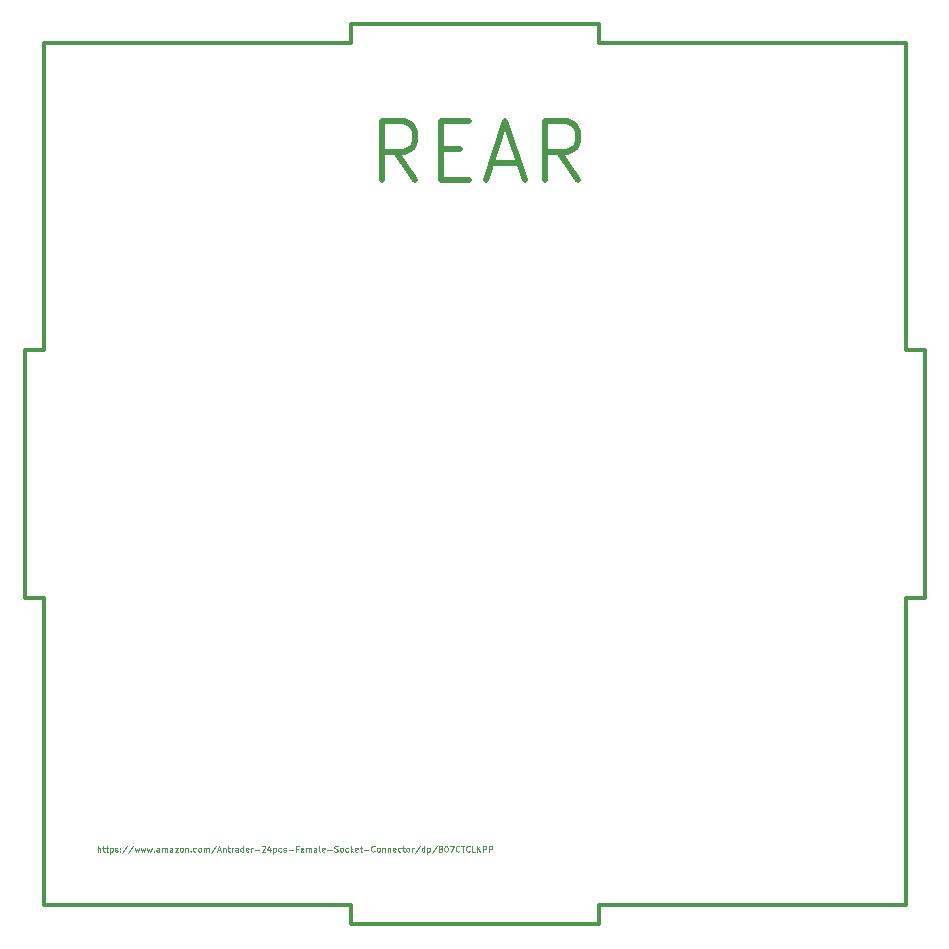
<source format=gbr>
%TF.GenerationSoftware,KiCad,Pcbnew,7.0.5-0*%
%TF.CreationDate,2024-04-21T20:18:31-04:00*%
%TF.ProjectId,swr_meter_rear,7377725f-6d65-4746-9572-5f726561722e,rev?*%
%TF.SameCoordinates,Original*%
%TF.FileFunction,OtherDrawing,Comment*%
%FSLAX46Y46*%
G04 Gerber Fmt 4.6, Leading zero omitted, Abs format (unit mm)*
G04 Created by KiCad (PCBNEW 7.0.5-0) date 2024-04-21 20:18:31*
%MOMM*%
%LPD*%
G01*
G04 APERTURE LIST*
%ADD10C,0.500000*%
%ADD11C,0.062500*%
%TA.AperFunction,Profile*%
%ADD12C,0.349999*%
%TD*%
G04 APERTURE END LIST*
D10*
X131478567Y-38605097D02*
X129811900Y-36224144D01*
X128621424Y-38605097D02*
X128621424Y-33605097D01*
X128621424Y-33605097D02*
X130526186Y-33605097D01*
X130526186Y-33605097D02*
X131002376Y-33843192D01*
X131002376Y-33843192D02*
X131240471Y-34081287D01*
X131240471Y-34081287D02*
X131478567Y-34557478D01*
X131478567Y-34557478D02*
X131478567Y-35271763D01*
X131478567Y-35271763D02*
X131240471Y-35747954D01*
X131240471Y-35747954D02*
X131002376Y-35986049D01*
X131002376Y-35986049D02*
X130526186Y-36224144D01*
X130526186Y-36224144D02*
X128621424Y-36224144D01*
X133621424Y-35986049D02*
X135288090Y-35986049D01*
X136002376Y-38605097D02*
X133621424Y-38605097D01*
X133621424Y-38605097D02*
X133621424Y-33605097D01*
X133621424Y-33605097D02*
X136002376Y-33605097D01*
X137907138Y-37176525D02*
X140288091Y-37176525D01*
X137430948Y-38605097D02*
X139097615Y-33605097D01*
X139097615Y-33605097D02*
X140764281Y-38605097D01*
X145288091Y-38605097D02*
X143621424Y-36224144D01*
X142430948Y-38605097D02*
X142430948Y-33605097D01*
X142430948Y-33605097D02*
X144335710Y-33605097D01*
X144335710Y-33605097D02*
X144811900Y-33843192D01*
X144811900Y-33843192D02*
X145049995Y-34081287D01*
X145049995Y-34081287D02*
X145288091Y-34557478D01*
X145288091Y-34557478D02*
X145288091Y-35271763D01*
X145288091Y-35271763D02*
X145049995Y-35747954D01*
X145049995Y-35747954D02*
X144811900Y-35986049D01*
X144811900Y-35986049D02*
X144335710Y-36224144D01*
X144335710Y-36224144D02*
X142430948Y-36224144D01*
X131478567Y-38605097D02*
X129811900Y-36224144D01*
X128621424Y-38605097D02*
X128621424Y-33605097D01*
X128621424Y-33605097D02*
X130526186Y-33605097D01*
X130526186Y-33605097D02*
X131002376Y-33843192D01*
X131002376Y-33843192D02*
X131240471Y-34081287D01*
X131240471Y-34081287D02*
X131478567Y-34557478D01*
X131478567Y-34557478D02*
X131478567Y-35271763D01*
X131478567Y-35271763D02*
X131240471Y-35747954D01*
X131240471Y-35747954D02*
X131002376Y-35986049D01*
X131002376Y-35986049D02*
X130526186Y-36224144D01*
X130526186Y-36224144D02*
X128621424Y-36224144D01*
X133621424Y-35986049D02*
X135288090Y-35986049D01*
X136002376Y-38605097D02*
X133621424Y-38605097D01*
X133621424Y-38605097D02*
X133621424Y-33605097D01*
X133621424Y-33605097D02*
X136002376Y-33605097D01*
X137907138Y-37176525D02*
X140288091Y-37176525D01*
X137430948Y-38605097D02*
X139097615Y-33605097D01*
X139097615Y-33605097D02*
X140764281Y-38605097D01*
X145288091Y-38605097D02*
X143621424Y-36224144D01*
X142430948Y-38605097D02*
X142430948Y-33605097D01*
X142430948Y-33605097D02*
X144335710Y-33605097D01*
X144335710Y-33605097D02*
X144811900Y-33843192D01*
X144811900Y-33843192D02*
X145049995Y-34081287D01*
X145049995Y-34081287D02*
X145288091Y-34557478D01*
X145288091Y-34557478D02*
X145288091Y-35271763D01*
X145288091Y-35271763D02*
X145049995Y-35747954D01*
X145049995Y-35747954D02*
X144811900Y-35986049D01*
X144811900Y-35986049D02*
X144335710Y-36224144D01*
X144335710Y-36224144D02*
X142430948Y-36224144D01*
D11*
X104598049Y-95456891D02*
X104598049Y-94956891D01*
X104812335Y-95456891D02*
X104812335Y-95194986D01*
X104812335Y-95194986D02*
X104788525Y-95147367D01*
X104788525Y-95147367D02*
X104740906Y-95123558D01*
X104740906Y-95123558D02*
X104669478Y-95123558D01*
X104669478Y-95123558D02*
X104621859Y-95147367D01*
X104621859Y-95147367D02*
X104598049Y-95171177D01*
X104979002Y-95123558D02*
X105169478Y-95123558D01*
X105050430Y-94956891D02*
X105050430Y-95385462D01*
X105050430Y-95385462D02*
X105074240Y-95433082D01*
X105074240Y-95433082D02*
X105121859Y-95456891D01*
X105121859Y-95456891D02*
X105169478Y-95456891D01*
X105264716Y-95123558D02*
X105455192Y-95123558D01*
X105336144Y-94956891D02*
X105336144Y-95385462D01*
X105336144Y-95385462D02*
X105359954Y-95433082D01*
X105359954Y-95433082D02*
X105407573Y-95456891D01*
X105407573Y-95456891D02*
X105455192Y-95456891D01*
X105621858Y-95123558D02*
X105621858Y-95623558D01*
X105621858Y-95147367D02*
X105669477Y-95123558D01*
X105669477Y-95123558D02*
X105764715Y-95123558D01*
X105764715Y-95123558D02*
X105812334Y-95147367D01*
X105812334Y-95147367D02*
X105836144Y-95171177D01*
X105836144Y-95171177D02*
X105859953Y-95218796D01*
X105859953Y-95218796D02*
X105859953Y-95361653D01*
X105859953Y-95361653D02*
X105836144Y-95409272D01*
X105836144Y-95409272D02*
X105812334Y-95433082D01*
X105812334Y-95433082D02*
X105764715Y-95456891D01*
X105764715Y-95456891D02*
X105669477Y-95456891D01*
X105669477Y-95456891D02*
X105621858Y-95433082D01*
X106050430Y-95433082D02*
X106098049Y-95456891D01*
X106098049Y-95456891D02*
X106193287Y-95456891D01*
X106193287Y-95456891D02*
X106240906Y-95433082D01*
X106240906Y-95433082D02*
X106264715Y-95385462D01*
X106264715Y-95385462D02*
X106264715Y-95361653D01*
X106264715Y-95361653D02*
X106240906Y-95314034D01*
X106240906Y-95314034D02*
X106193287Y-95290224D01*
X106193287Y-95290224D02*
X106121858Y-95290224D01*
X106121858Y-95290224D02*
X106074239Y-95266415D01*
X106074239Y-95266415D02*
X106050430Y-95218796D01*
X106050430Y-95218796D02*
X106050430Y-95194986D01*
X106050430Y-95194986D02*
X106074239Y-95147367D01*
X106074239Y-95147367D02*
X106121858Y-95123558D01*
X106121858Y-95123558D02*
X106193287Y-95123558D01*
X106193287Y-95123558D02*
X106240906Y-95147367D01*
X106479001Y-95409272D02*
X106502811Y-95433082D01*
X106502811Y-95433082D02*
X106479001Y-95456891D01*
X106479001Y-95456891D02*
X106455192Y-95433082D01*
X106455192Y-95433082D02*
X106479001Y-95409272D01*
X106479001Y-95409272D02*
X106479001Y-95456891D01*
X106479001Y-95147367D02*
X106502811Y-95171177D01*
X106502811Y-95171177D02*
X106479001Y-95194986D01*
X106479001Y-95194986D02*
X106455192Y-95171177D01*
X106455192Y-95171177D02*
X106479001Y-95147367D01*
X106479001Y-95147367D02*
X106479001Y-95194986D01*
X107074239Y-94933082D02*
X106645668Y-95575939D01*
X107598049Y-94933082D02*
X107169478Y-95575939D01*
X107717097Y-95123558D02*
X107812335Y-95456891D01*
X107812335Y-95456891D02*
X107907573Y-95218796D01*
X107907573Y-95218796D02*
X108002811Y-95456891D01*
X108002811Y-95456891D02*
X108098049Y-95123558D01*
X108240907Y-95123558D02*
X108336145Y-95456891D01*
X108336145Y-95456891D02*
X108431383Y-95218796D01*
X108431383Y-95218796D02*
X108526621Y-95456891D01*
X108526621Y-95456891D02*
X108621859Y-95123558D01*
X108764717Y-95123558D02*
X108859955Y-95456891D01*
X108859955Y-95456891D02*
X108955193Y-95218796D01*
X108955193Y-95218796D02*
X109050431Y-95456891D01*
X109050431Y-95456891D02*
X109145669Y-95123558D01*
X109336146Y-95409272D02*
X109359956Y-95433082D01*
X109359956Y-95433082D02*
X109336146Y-95456891D01*
X109336146Y-95456891D02*
X109312337Y-95433082D01*
X109312337Y-95433082D02*
X109336146Y-95409272D01*
X109336146Y-95409272D02*
X109336146Y-95456891D01*
X109788527Y-95456891D02*
X109788527Y-95194986D01*
X109788527Y-95194986D02*
X109764717Y-95147367D01*
X109764717Y-95147367D02*
X109717098Y-95123558D01*
X109717098Y-95123558D02*
X109621860Y-95123558D01*
X109621860Y-95123558D02*
X109574241Y-95147367D01*
X109788527Y-95433082D02*
X109740908Y-95456891D01*
X109740908Y-95456891D02*
X109621860Y-95456891D01*
X109621860Y-95456891D02*
X109574241Y-95433082D01*
X109574241Y-95433082D02*
X109550432Y-95385462D01*
X109550432Y-95385462D02*
X109550432Y-95337843D01*
X109550432Y-95337843D02*
X109574241Y-95290224D01*
X109574241Y-95290224D02*
X109621860Y-95266415D01*
X109621860Y-95266415D02*
X109740908Y-95266415D01*
X109740908Y-95266415D02*
X109788527Y-95242605D01*
X110026622Y-95456891D02*
X110026622Y-95123558D01*
X110026622Y-95171177D02*
X110050432Y-95147367D01*
X110050432Y-95147367D02*
X110098051Y-95123558D01*
X110098051Y-95123558D02*
X110169479Y-95123558D01*
X110169479Y-95123558D02*
X110217098Y-95147367D01*
X110217098Y-95147367D02*
X110240908Y-95194986D01*
X110240908Y-95194986D02*
X110240908Y-95456891D01*
X110240908Y-95194986D02*
X110264717Y-95147367D01*
X110264717Y-95147367D02*
X110312336Y-95123558D01*
X110312336Y-95123558D02*
X110383765Y-95123558D01*
X110383765Y-95123558D02*
X110431384Y-95147367D01*
X110431384Y-95147367D02*
X110455194Y-95194986D01*
X110455194Y-95194986D02*
X110455194Y-95456891D01*
X110907575Y-95456891D02*
X110907575Y-95194986D01*
X110907575Y-95194986D02*
X110883765Y-95147367D01*
X110883765Y-95147367D02*
X110836146Y-95123558D01*
X110836146Y-95123558D02*
X110740908Y-95123558D01*
X110740908Y-95123558D02*
X110693289Y-95147367D01*
X110907575Y-95433082D02*
X110859956Y-95456891D01*
X110859956Y-95456891D02*
X110740908Y-95456891D01*
X110740908Y-95456891D02*
X110693289Y-95433082D01*
X110693289Y-95433082D02*
X110669480Y-95385462D01*
X110669480Y-95385462D02*
X110669480Y-95337843D01*
X110669480Y-95337843D02*
X110693289Y-95290224D01*
X110693289Y-95290224D02*
X110740908Y-95266415D01*
X110740908Y-95266415D02*
X110859956Y-95266415D01*
X110859956Y-95266415D02*
X110907575Y-95242605D01*
X111098051Y-95123558D02*
X111359956Y-95123558D01*
X111359956Y-95123558D02*
X111098051Y-95456891D01*
X111098051Y-95456891D02*
X111359956Y-95456891D01*
X111621861Y-95456891D02*
X111574242Y-95433082D01*
X111574242Y-95433082D02*
X111550432Y-95409272D01*
X111550432Y-95409272D02*
X111526623Y-95361653D01*
X111526623Y-95361653D02*
X111526623Y-95218796D01*
X111526623Y-95218796D02*
X111550432Y-95171177D01*
X111550432Y-95171177D02*
X111574242Y-95147367D01*
X111574242Y-95147367D02*
X111621861Y-95123558D01*
X111621861Y-95123558D02*
X111693289Y-95123558D01*
X111693289Y-95123558D02*
X111740908Y-95147367D01*
X111740908Y-95147367D02*
X111764718Y-95171177D01*
X111764718Y-95171177D02*
X111788527Y-95218796D01*
X111788527Y-95218796D02*
X111788527Y-95361653D01*
X111788527Y-95361653D02*
X111764718Y-95409272D01*
X111764718Y-95409272D02*
X111740908Y-95433082D01*
X111740908Y-95433082D02*
X111693289Y-95456891D01*
X111693289Y-95456891D02*
X111621861Y-95456891D01*
X112002813Y-95123558D02*
X112002813Y-95456891D01*
X112002813Y-95171177D02*
X112026623Y-95147367D01*
X112026623Y-95147367D02*
X112074242Y-95123558D01*
X112074242Y-95123558D02*
X112145670Y-95123558D01*
X112145670Y-95123558D02*
X112193289Y-95147367D01*
X112193289Y-95147367D02*
X112217099Y-95194986D01*
X112217099Y-95194986D02*
X112217099Y-95456891D01*
X112455194Y-95409272D02*
X112479004Y-95433082D01*
X112479004Y-95433082D02*
X112455194Y-95456891D01*
X112455194Y-95456891D02*
X112431385Y-95433082D01*
X112431385Y-95433082D02*
X112455194Y-95409272D01*
X112455194Y-95409272D02*
X112455194Y-95456891D01*
X112907575Y-95433082D02*
X112859956Y-95456891D01*
X112859956Y-95456891D02*
X112764718Y-95456891D01*
X112764718Y-95456891D02*
X112717099Y-95433082D01*
X112717099Y-95433082D02*
X112693289Y-95409272D01*
X112693289Y-95409272D02*
X112669480Y-95361653D01*
X112669480Y-95361653D02*
X112669480Y-95218796D01*
X112669480Y-95218796D02*
X112693289Y-95171177D01*
X112693289Y-95171177D02*
X112717099Y-95147367D01*
X112717099Y-95147367D02*
X112764718Y-95123558D01*
X112764718Y-95123558D02*
X112859956Y-95123558D01*
X112859956Y-95123558D02*
X112907575Y-95147367D01*
X113193289Y-95456891D02*
X113145670Y-95433082D01*
X113145670Y-95433082D02*
X113121860Y-95409272D01*
X113121860Y-95409272D02*
X113098051Y-95361653D01*
X113098051Y-95361653D02*
X113098051Y-95218796D01*
X113098051Y-95218796D02*
X113121860Y-95171177D01*
X113121860Y-95171177D02*
X113145670Y-95147367D01*
X113145670Y-95147367D02*
X113193289Y-95123558D01*
X113193289Y-95123558D02*
X113264717Y-95123558D01*
X113264717Y-95123558D02*
X113312336Y-95147367D01*
X113312336Y-95147367D02*
X113336146Y-95171177D01*
X113336146Y-95171177D02*
X113359955Y-95218796D01*
X113359955Y-95218796D02*
X113359955Y-95361653D01*
X113359955Y-95361653D02*
X113336146Y-95409272D01*
X113336146Y-95409272D02*
X113312336Y-95433082D01*
X113312336Y-95433082D02*
X113264717Y-95456891D01*
X113264717Y-95456891D02*
X113193289Y-95456891D01*
X113574241Y-95456891D02*
X113574241Y-95123558D01*
X113574241Y-95171177D02*
X113598051Y-95147367D01*
X113598051Y-95147367D02*
X113645670Y-95123558D01*
X113645670Y-95123558D02*
X113717098Y-95123558D01*
X113717098Y-95123558D02*
X113764717Y-95147367D01*
X113764717Y-95147367D02*
X113788527Y-95194986D01*
X113788527Y-95194986D02*
X113788527Y-95456891D01*
X113788527Y-95194986D02*
X113812336Y-95147367D01*
X113812336Y-95147367D02*
X113859955Y-95123558D01*
X113859955Y-95123558D02*
X113931384Y-95123558D01*
X113931384Y-95123558D02*
X113979003Y-95147367D01*
X113979003Y-95147367D02*
X114002813Y-95194986D01*
X114002813Y-95194986D02*
X114002813Y-95456891D01*
X114598051Y-94933082D02*
X114169480Y-95575939D01*
X114740909Y-95314034D02*
X114979004Y-95314034D01*
X114693290Y-95456891D02*
X114859956Y-94956891D01*
X114859956Y-94956891D02*
X115026623Y-95456891D01*
X115193289Y-95123558D02*
X115193289Y-95456891D01*
X115193289Y-95171177D02*
X115217099Y-95147367D01*
X115217099Y-95147367D02*
X115264718Y-95123558D01*
X115264718Y-95123558D02*
X115336146Y-95123558D01*
X115336146Y-95123558D02*
X115383765Y-95147367D01*
X115383765Y-95147367D02*
X115407575Y-95194986D01*
X115407575Y-95194986D02*
X115407575Y-95456891D01*
X115574242Y-95123558D02*
X115764718Y-95123558D01*
X115645670Y-94956891D02*
X115645670Y-95385462D01*
X115645670Y-95385462D02*
X115669480Y-95433082D01*
X115669480Y-95433082D02*
X115717099Y-95456891D01*
X115717099Y-95456891D02*
X115764718Y-95456891D01*
X115931384Y-95456891D02*
X115931384Y-95123558D01*
X115931384Y-95218796D02*
X115955194Y-95171177D01*
X115955194Y-95171177D02*
X115979003Y-95147367D01*
X115979003Y-95147367D02*
X116026622Y-95123558D01*
X116026622Y-95123558D02*
X116074241Y-95123558D01*
X116455194Y-95456891D02*
X116455194Y-95194986D01*
X116455194Y-95194986D02*
X116431384Y-95147367D01*
X116431384Y-95147367D02*
X116383765Y-95123558D01*
X116383765Y-95123558D02*
X116288527Y-95123558D01*
X116288527Y-95123558D02*
X116240908Y-95147367D01*
X116455194Y-95433082D02*
X116407575Y-95456891D01*
X116407575Y-95456891D02*
X116288527Y-95456891D01*
X116288527Y-95456891D02*
X116240908Y-95433082D01*
X116240908Y-95433082D02*
X116217099Y-95385462D01*
X116217099Y-95385462D02*
X116217099Y-95337843D01*
X116217099Y-95337843D02*
X116240908Y-95290224D01*
X116240908Y-95290224D02*
X116288527Y-95266415D01*
X116288527Y-95266415D02*
X116407575Y-95266415D01*
X116407575Y-95266415D02*
X116455194Y-95242605D01*
X116907575Y-95456891D02*
X116907575Y-94956891D01*
X116907575Y-95433082D02*
X116859956Y-95456891D01*
X116859956Y-95456891D02*
X116764718Y-95456891D01*
X116764718Y-95456891D02*
X116717099Y-95433082D01*
X116717099Y-95433082D02*
X116693289Y-95409272D01*
X116693289Y-95409272D02*
X116669480Y-95361653D01*
X116669480Y-95361653D02*
X116669480Y-95218796D01*
X116669480Y-95218796D02*
X116693289Y-95171177D01*
X116693289Y-95171177D02*
X116717099Y-95147367D01*
X116717099Y-95147367D02*
X116764718Y-95123558D01*
X116764718Y-95123558D02*
X116859956Y-95123558D01*
X116859956Y-95123558D02*
X116907575Y-95147367D01*
X117336146Y-95433082D02*
X117288527Y-95456891D01*
X117288527Y-95456891D02*
X117193289Y-95456891D01*
X117193289Y-95456891D02*
X117145670Y-95433082D01*
X117145670Y-95433082D02*
X117121861Y-95385462D01*
X117121861Y-95385462D02*
X117121861Y-95194986D01*
X117121861Y-95194986D02*
X117145670Y-95147367D01*
X117145670Y-95147367D02*
X117193289Y-95123558D01*
X117193289Y-95123558D02*
X117288527Y-95123558D01*
X117288527Y-95123558D02*
X117336146Y-95147367D01*
X117336146Y-95147367D02*
X117359956Y-95194986D01*
X117359956Y-95194986D02*
X117359956Y-95242605D01*
X117359956Y-95242605D02*
X117121861Y-95290224D01*
X117574241Y-95456891D02*
X117574241Y-95123558D01*
X117574241Y-95218796D02*
X117598051Y-95171177D01*
X117598051Y-95171177D02*
X117621860Y-95147367D01*
X117621860Y-95147367D02*
X117669479Y-95123558D01*
X117669479Y-95123558D02*
X117717098Y-95123558D01*
X117883765Y-95266415D02*
X118264718Y-95266415D01*
X118479004Y-95004510D02*
X118502813Y-94980701D01*
X118502813Y-94980701D02*
X118550432Y-94956891D01*
X118550432Y-94956891D02*
X118669480Y-94956891D01*
X118669480Y-94956891D02*
X118717099Y-94980701D01*
X118717099Y-94980701D02*
X118740908Y-95004510D01*
X118740908Y-95004510D02*
X118764718Y-95052129D01*
X118764718Y-95052129D02*
X118764718Y-95099748D01*
X118764718Y-95099748D02*
X118740908Y-95171177D01*
X118740908Y-95171177D02*
X118455194Y-95456891D01*
X118455194Y-95456891D02*
X118764718Y-95456891D01*
X119193289Y-95123558D02*
X119193289Y-95456891D01*
X119074241Y-94933082D02*
X118955194Y-95290224D01*
X118955194Y-95290224D02*
X119264717Y-95290224D01*
X119455193Y-95123558D02*
X119455193Y-95623558D01*
X119455193Y-95147367D02*
X119502812Y-95123558D01*
X119502812Y-95123558D02*
X119598050Y-95123558D01*
X119598050Y-95123558D02*
X119645669Y-95147367D01*
X119645669Y-95147367D02*
X119669479Y-95171177D01*
X119669479Y-95171177D02*
X119693288Y-95218796D01*
X119693288Y-95218796D02*
X119693288Y-95361653D01*
X119693288Y-95361653D02*
X119669479Y-95409272D01*
X119669479Y-95409272D02*
X119645669Y-95433082D01*
X119645669Y-95433082D02*
X119598050Y-95456891D01*
X119598050Y-95456891D02*
X119502812Y-95456891D01*
X119502812Y-95456891D02*
X119455193Y-95433082D01*
X120121860Y-95433082D02*
X120074241Y-95456891D01*
X120074241Y-95456891D02*
X119979003Y-95456891D01*
X119979003Y-95456891D02*
X119931384Y-95433082D01*
X119931384Y-95433082D02*
X119907574Y-95409272D01*
X119907574Y-95409272D02*
X119883765Y-95361653D01*
X119883765Y-95361653D02*
X119883765Y-95218796D01*
X119883765Y-95218796D02*
X119907574Y-95171177D01*
X119907574Y-95171177D02*
X119931384Y-95147367D01*
X119931384Y-95147367D02*
X119979003Y-95123558D01*
X119979003Y-95123558D02*
X120074241Y-95123558D01*
X120074241Y-95123558D02*
X120121860Y-95147367D01*
X120312336Y-95433082D02*
X120359955Y-95456891D01*
X120359955Y-95456891D02*
X120455193Y-95456891D01*
X120455193Y-95456891D02*
X120502812Y-95433082D01*
X120502812Y-95433082D02*
X120526621Y-95385462D01*
X120526621Y-95385462D02*
X120526621Y-95361653D01*
X120526621Y-95361653D02*
X120502812Y-95314034D01*
X120502812Y-95314034D02*
X120455193Y-95290224D01*
X120455193Y-95290224D02*
X120383764Y-95290224D01*
X120383764Y-95290224D02*
X120336145Y-95266415D01*
X120336145Y-95266415D02*
X120312336Y-95218796D01*
X120312336Y-95218796D02*
X120312336Y-95194986D01*
X120312336Y-95194986D02*
X120336145Y-95147367D01*
X120336145Y-95147367D02*
X120383764Y-95123558D01*
X120383764Y-95123558D02*
X120455193Y-95123558D01*
X120455193Y-95123558D02*
X120502812Y-95147367D01*
X120740907Y-95266415D02*
X121121860Y-95266415D01*
X121526622Y-95194986D02*
X121359955Y-95194986D01*
X121359955Y-95456891D02*
X121359955Y-94956891D01*
X121359955Y-94956891D02*
X121598050Y-94956891D01*
X121979002Y-95433082D02*
X121931383Y-95456891D01*
X121931383Y-95456891D02*
X121836145Y-95456891D01*
X121836145Y-95456891D02*
X121788526Y-95433082D01*
X121788526Y-95433082D02*
X121764717Y-95385462D01*
X121764717Y-95385462D02*
X121764717Y-95194986D01*
X121764717Y-95194986D02*
X121788526Y-95147367D01*
X121788526Y-95147367D02*
X121836145Y-95123558D01*
X121836145Y-95123558D02*
X121931383Y-95123558D01*
X121931383Y-95123558D02*
X121979002Y-95147367D01*
X121979002Y-95147367D02*
X122002812Y-95194986D01*
X122002812Y-95194986D02*
X122002812Y-95242605D01*
X122002812Y-95242605D02*
X121764717Y-95290224D01*
X122217097Y-95456891D02*
X122217097Y-95123558D01*
X122217097Y-95171177D02*
X122240907Y-95147367D01*
X122240907Y-95147367D02*
X122288526Y-95123558D01*
X122288526Y-95123558D02*
X122359954Y-95123558D01*
X122359954Y-95123558D02*
X122407573Y-95147367D01*
X122407573Y-95147367D02*
X122431383Y-95194986D01*
X122431383Y-95194986D02*
X122431383Y-95456891D01*
X122431383Y-95194986D02*
X122455192Y-95147367D01*
X122455192Y-95147367D02*
X122502811Y-95123558D01*
X122502811Y-95123558D02*
X122574240Y-95123558D01*
X122574240Y-95123558D02*
X122621859Y-95147367D01*
X122621859Y-95147367D02*
X122645669Y-95194986D01*
X122645669Y-95194986D02*
X122645669Y-95456891D01*
X123098050Y-95456891D02*
X123098050Y-95194986D01*
X123098050Y-95194986D02*
X123074240Y-95147367D01*
X123074240Y-95147367D02*
X123026621Y-95123558D01*
X123026621Y-95123558D02*
X122931383Y-95123558D01*
X122931383Y-95123558D02*
X122883764Y-95147367D01*
X123098050Y-95433082D02*
X123050431Y-95456891D01*
X123050431Y-95456891D02*
X122931383Y-95456891D01*
X122931383Y-95456891D02*
X122883764Y-95433082D01*
X122883764Y-95433082D02*
X122859955Y-95385462D01*
X122859955Y-95385462D02*
X122859955Y-95337843D01*
X122859955Y-95337843D02*
X122883764Y-95290224D01*
X122883764Y-95290224D02*
X122931383Y-95266415D01*
X122931383Y-95266415D02*
X123050431Y-95266415D01*
X123050431Y-95266415D02*
X123098050Y-95242605D01*
X123407574Y-95456891D02*
X123359955Y-95433082D01*
X123359955Y-95433082D02*
X123336145Y-95385462D01*
X123336145Y-95385462D02*
X123336145Y-94956891D01*
X123788526Y-95433082D02*
X123740907Y-95456891D01*
X123740907Y-95456891D02*
X123645669Y-95456891D01*
X123645669Y-95456891D02*
X123598050Y-95433082D01*
X123598050Y-95433082D02*
X123574241Y-95385462D01*
X123574241Y-95385462D02*
X123574241Y-95194986D01*
X123574241Y-95194986D02*
X123598050Y-95147367D01*
X123598050Y-95147367D02*
X123645669Y-95123558D01*
X123645669Y-95123558D02*
X123740907Y-95123558D01*
X123740907Y-95123558D02*
X123788526Y-95147367D01*
X123788526Y-95147367D02*
X123812336Y-95194986D01*
X123812336Y-95194986D02*
X123812336Y-95242605D01*
X123812336Y-95242605D02*
X123574241Y-95290224D01*
X124026621Y-95266415D02*
X124407574Y-95266415D01*
X124621860Y-95433082D02*
X124693288Y-95456891D01*
X124693288Y-95456891D02*
X124812336Y-95456891D01*
X124812336Y-95456891D02*
X124859955Y-95433082D01*
X124859955Y-95433082D02*
X124883764Y-95409272D01*
X124883764Y-95409272D02*
X124907574Y-95361653D01*
X124907574Y-95361653D02*
X124907574Y-95314034D01*
X124907574Y-95314034D02*
X124883764Y-95266415D01*
X124883764Y-95266415D02*
X124859955Y-95242605D01*
X124859955Y-95242605D02*
X124812336Y-95218796D01*
X124812336Y-95218796D02*
X124717098Y-95194986D01*
X124717098Y-95194986D02*
X124669479Y-95171177D01*
X124669479Y-95171177D02*
X124645669Y-95147367D01*
X124645669Y-95147367D02*
X124621860Y-95099748D01*
X124621860Y-95099748D02*
X124621860Y-95052129D01*
X124621860Y-95052129D02*
X124645669Y-95004510D01*
X124645669Y-95004510D02*
X124669479Y-94980701D01*
X124669479Y-94980701D02*
X124717098Y-94956891D01*
X124717098Y-94956891D02*
X124836145Y-94956891D01*
X124836145Y-94956891D02*
X124907574Y-94980701D01*
X125193288Y-95456891D02*
X125145669Y-95433082D01*
X125145669Y-95433082D02*
X125121859Y-95409272D01*
X125121859Y-95409272D02*
X125098050Y-95361653D01*
X125098050Y-95361653D02*
X125098050Y-95218796D01*
X125098050Y-95218796D02*
X125121859Y-95171177D01*
X125121859Y-95171177D02*
X125145669Y-95147367D01*
X125145669Y-95147367D02*
X125193288Y-95123558D01*
X125193288Y-95123558D02*
X125264716Y-95123558D01*
X125264716Y-95123558D02*
X125312335Y-95147367D01*
X125312335Y-95147367D02*
X125336145Y-95171177D01*
X125336145Y-95171177D02*
X125359954Y-95218796D01*
X125359954Y-95218796D02*
X125359954Y-95361653D01*
X125359954Y-95361653D02*
X125336145Y-95409272D01*
X125336145Y-95409272D02*
X125312335Y-95433082D01*
X125312335Y-95433082D02*
X125264716Y-95456891D01*
X125264716Y-95456891D02*
X125193288Y-95456891D01*
X125788526Y-95433082D02*
X125740907Y-95456891D01*
X125740907Y-95456891D02*
X125645669Y-95456891D01*
X125645669Y-95456891D02*
X125598050Y-95433082D01*
X125598050Y-95433082D02*
X125574240Y-95409272D01*
X125574240Y-95409272D02*
X125550431Y-95361653D01*
X125550431Y-95361653D02*
X125550431Y-95218796D01*
X125550431Y-95218796D02*
X125574240Y-95171177D01*
X125574240Y-95171177D02*
X125598050Y-95147367D01*
X125598050Y-95147367D02*
X125645669Y-95123558D01*
X125645669Y-95123558D02*
X125740907Y-95123558D01*
X125740907Y-95123558D02*
X125788526Y-95147367D01*
X126002811Y-95456891D02*
X126002811Y-94956891D01*
X126050430Y-95266415D02*
X126193287Y-95456891D01*
X126193287Y-95123558D02*
X126002811Y-95314034D01*
X126598049Y-95433082D02*
X126550430Y-95456891D01*
X126550430Y-95456891D02*
X126455192Y-95456891D01*
X126455192Y-95456891D02*
X126407573Y-95433082D01*
X126407573Y-95433082D02*
X126383764Y-95385462D01*
X126383764Y-95385462D02*
X126383764Y-95194986D01*
X126383764Y-95194986D02*
X126407573Y-95147367D01*
X126407573Y-95147367D02*
X126455192Y-95123558D01*
X126455192Y-95123558D02*
X126550430Y-95123558D01*
X126550430Y-95123558D02*
X126598049Y-95147367D01*
X126598049Y-95147367D02*
X126621859Y-95194986D01*
X126621859Y-95194986D02*
X126621859Y-95242605D01*
X126621859Y-95242605D02*
X126383764Y-95290224D01*
X126764716Y-95123558D02*
X126955192Y-95123558D01*
X126836144Y-94956891D02*
X126836144Y-95385462D01*
X126836144Y-95385462D02*
X126859954Y-95433082D01*
X126859954Y-95433082D02*
X126907573Y-95456891D01*
X126907573Y-95456891D02*
X126955192Y-95456891D01*
X127121858Y-95266415D02*
X127502811Y-95266415D01*
X128026620Y-95409272D02*
X128002811Y-95433082D01*
X128002811Y-95433082D02*
X127931382Y-95456891D01*
X127931382Y-95456891D02*
X127883763Y-95456891D01*
X127883763Y-95456891D02*
X127812335Y-95433082D01*
X127812335Y-95433082D02*
X127764716Y-95385462D01*
X127764716Y-95385462D02*
X127740906Y-95337843D01*
X127740906Y-95337843D02*
X127717097Y-95242605D01*
X127717097Y-95242605D02*
X127717097Y-95171177D01*
X127717097Y-95171177D02*
X127740906Y-95075939D01*
X127740906Y-95075939D02*
X127764716Y-95028320D01*
X127764716Y-95028320D02*
X127812335Y-94980701D01*
X127812335Y-94980701D02*
X127883763Y-94956891D01*
X127883763Y-94956891D02*
X127931382Y-94956891D01*
X127931382Y-94956891D02*
X128002811Y-94980701D01*
X128002811Y-94980701D02*
X128026620Y-95004510D01*
X128312335Y-95456891D02*
X128264716Y-95433082D01*
X128264716Y-95433082D02*
X128240906Y-95409272D01*
X128240906Y-95409272D02*
X128217097Y-95361653D01*
X128217097Y-95361653D02*
X128217097Y-95218796D01*
X128217097Y-95218796D02*
X128240906Y-95171177D01*
X128240906Y-95171177D02*
X128264716Y-95147367D01*
X128264716Y-95147367D02*
X128312335Y-95123558D01*
X128312335Y-95123558D02*
X128383763Y-95123558D01*
X128383763Y-95123558D02*
X128431382Y-95147367D01*
X128431382Y-95147367D02*
X128455192Y-95171177D01*
X128455192Y-95171177D02*
X128479001Y-95218796D01*
X128479001Y-95218796D02*
X128479001Y-95361653D01*
X128479001Y-95361653D02*
X128455192Y-95409272D01*
X128455192Y-95409272D02*
X128431382Y-95433082D01*
X128431382Y-95433082D02*
X128383763Y-95456891D01*
X128383763Y-95456891D02*
X128312335Y-95456891D01*
X128693287Y-95123558D02*
X128693287Y-95456891D01*
X128693287Y-95171177D02*
X128717097Y-95147367D01*
X128717097Y-95147367D02*
X128764716Y-95123558D01*
X128764716Y-95123558D02*
X128836144Y-95123558D01*
X128836144Y-95123558D02*
X128883763Y-95147367D01*
X128883763Y-95147367D02*
X128907573Y-95194986D01*
X128907573Y-95194986D02*
X128907573Y-95456891D01*
X129145668Y-95123558D02*
X129145668Y-95456891D01*
X129145668Y-95171177D02*
X129169478Y-95147367D01*
X129169478Y-95147367D02*
X129217097Y-95123558D01*
X129217097Y-95123558D02*
X129288525Y-95123558D01*
X129288525Y-95123558D02*
X129336144Y-95147367D01*
X129336144Y-95147367D02*
X129359954Y-95194986D01*
X129359954Y-95194986D02*
X129359954Y-95456891D01*
X129788525Y-95433082D02*
X129740906Y-95456891D01*
X129740906Y-95456891D02*
X129645668Y-95456891D01*
X129645668Y-95456891D02*
X129598049Y-95433082D01*
X129598049Y-95433082D02*
X129574240Y-95385462D01*
X129574240Y-95385462D02*
X129574240Y-95194986D01*
X129574240Y-95194986D02*
X129598049Y-95147367D01*
X129598049Y-95147367D02*
X129645668Y-95123558D01*
X129645668Y-95123558D02*
X129740906Y-95123558D01*
X129740906Y-95123558D02*
X129788525Y-95147367D01*
X129788525Y-95147367D02*
X129812335Y-95194986D01*
X129812335Y-95194986D02*
X129812335Y-95242605D01*
X129812335Y-95242605D02*
X129574240Y-95290224D01*
X130240906Y-95433082D02*
X130193287Y-95456891D01*
X130193287Y-95456891D02*
X130098049Y-95456891D01*
X130098049Y-95456891D02*
X130050430Y-95433082D01*
X130050430Y-95433082D02*
X130026620Y-95409272D01*
X130026620Y-95409272D02*
X130002811Y-95361653D01*
X130002811Y-95361653D02*
X130002811Y-95218796D01*
X130002811Y-95218796D02*
X130026620Y-95171177D01*
X130026620Y-95171177D02*
X130050430Y-95147367D01*
X130050430Y-95147367D02*
X130098049Y-95123558D01*
X130098049Y-95123558D02*
X130193287Y-95123558D01*
X130193287Y-95123558D02*
X130240906Y-95147367D01*
X130383763Y-95123558D02*
X130574239Y-95123558D01*
X130455191Y-94956891D02*
X130455191Y-95385462D01*
X130455191Y-95385462D02*
X130479001Y-95433082D01*
X130479001Y-95433082D02*
X130526620Y-95456891D01*
X130526620Y-95456891D02*
X130574239Y-95456891D01*
X130812334Y-95456891D02*
X130764715Y-95433082D01*
X130764715Y-95433082D02*
X130740905Y-95409272D01*
X130740905Y-95409272D02*
X130717096Y-95361653D01*
X130717096Y-95361653D02*
X130717096Y-95218796D01*
X130717096Y-95218796D02*
X130740905Y-95171177D01*
X130740905Y-95171177D02*
X130764715Y-95147367D01*
X130764715Y-95147367D02*
X130812334Y-95123558D01*
X130812334Y-95123558D02*
X130883762Y-95123558D01*
X130883762Y-95123558D02*
X130931381Y-95147367D01*
X130931381Y-95147367D02*
X130955191Y-95171177D01*
X130955191Y-95171177D02*
X130979000Y-95218796D01*
X130979000Y-95218796D02*
X130979000Y-95361653D01*
X130979000Y-95361653D02*
X130955191Y-95409272D01*
X130955191Y-95409272D02*
X130931381Y-95433082D01*
X130931381Y-95433082D02*
X130883762Y-95456891D01*
X130883762Y-95456891D02*
X130812334Y-95456891D01*
X131193286Y-95456891D02*
X131193286Y-95123558D01*
X131193286Y-95218796D02*
X131217096Y-95171177D01*
X131217096Y-95171177D02*
X131240905Y-95147367D01*
X131240905Y-95147367D02*
X131288524Y-95123558D01*
X131288524Y-95123558D02*
X131336143Y-95123558D01*
X131859953Y-94933082D02*
X131431382Y-95575939D01*
X132240906Y-95456891D02*
X132240906Y-94956891D01*
X132240906Y-95433082D02*
X132193287Y-95456891D01*
X132193287Y-95456891D02*
X132098049Y-95456891D01*
X132098049Y-95456891D02*
X132050430Y-95433082D01*
X132050430Y-95433082D02*
X132026620Y-95409272D01*
X132026620Y-95409272D02*
X132002811Y-95361653D01*
X132002811Y-95361653D02*
X132002811Y-95218796D01*
X132002811Y-95218796D02*
X132026620Y-95171177D01*
X132026620Y-95171177D02*
X132050430Y-95147367D01*
X132050430Y-95147367D02*
X132098049Y-95123558D01*
X132098049Y-95123558D02*
X132193287Y-95123558D01*
X132193287Y-95123558D02*
X132240906Y-95147367D01*
X132479001Y-95123558D02*
X132479001Y-95623558D01*
X132479001Y-95147367D02*
X132526620Y-95123558D01*
X132526620Y-95123558D02*
X132621858Y-95123558D01*
X132621858Y-95123558D02*
X132669477Y-95147367D01*
X132669477Y-95147367D02*
X132693287Y-95171177D01*
X132693287Y-95171177D02*
X132717096Y-95218796D01*
X132717096Y-95218796D02*
X132717096Y-95361653D01*
X132717096Y-95361653D02*
X132693287Y-95409272D01*
X132693287Y-95409272D02*
X132669477Y-95433082D01*
X132669477Y-95433082D02*
X132621858Y-95456891D01*
X132621858Y-95456891D02*
X132526620Y-95456891D01*
X132526620Y-95456891D02*
X132479001Y-95433082D01*
X133288525Y-94933082D02*
X132859954Y-95575939D01*
X133621859Y-95194986D02*
X133693287Y-95218796D01*
X133693287Y-95218796D02*
X133717097Y-95242605D01*
X133717097Y-95242605D02*
X133740906Y-95290224D01*
X133740906Y-95290224D02*
X133740906Y-95361653D01*
X133740906Y-95361653D02*
X133717097Y-95409272D01*
X133717097Y-95409272D02*
X133693287Y-95433082D01*
X133693287Y-95433082D02*
X133645668Y-95456891D01*
X133645668Y-95456891D02*
X133455192Y-95456891D01*
X133455192Y-95456891D02*
X133455192Y-94956891D01*
X133455192Y-94956891D02*
X133621859Y-94956891D01*
X133621859Y-94956891D02*
X133669478Y-94980701D01*
X133669478Y-94980701D02*
X133693287Y-95004510D01*
X133693287Y-95004510D02*
X133717097Y-95052129D01*
X133717097Y-95052129D02*
X133717097Y-95099748D01*
X133717097Y-95099748D02*
X133693287Y-95147367D01*
X133693287Y-95147367D02*
X133669478Y-95171177D01*
X133669478Y-95171177D02*
X133621859Y-95194986D01*
X133621859Y-95194986D02*
X133455192Y-95194986D01*
X134050430Y-94956891D02*
X134098049Y-94956891D01*
X134098049Y-94956891D02*
X134145668Y-94980701D01*
X134145668Y-94980701D02*
X134169478Y-95004510D01*
X134169478Y-95004510D02*
X134193287Y-95052129D01*
X134193287Y-95052129D02*
X134217097Y-95147367D01*
X134217097Y-95147367D02*
X134217097Y-95266415D01*
X134217097Y-95266415D02*
X134193287Y-95361653D01*
X134193287Y-95361653D02*
X134169478Y-95409272D01*
X134169478Y-95409272D02*
X134145668Y-95433082D01*
X134145668Y-95433082D02*
X134098049Y-95456891D01*
X134098049Y-95456891D02*
X134050430Y-95456891D01*
X134050430Y-95456891D02*
X134002811Y-95433082D01*
X134002811Y-95433082D02*
X133979002Y-95409272D01*
X133979002Y-95409272D02*
X133955192Y-95361653D01*
X133955192Y-95361653D02*
X133931383Y-95266415D01*
X133931383Y-95266415D02*
X133931383Y-95147367D01*
X133931383Y-95147367D02*
X133955192Y-95052129D01*
X133955192Y-95052129D02*
X133979002Y-95004510D01*
X133979002Y-95004510D02*
X134002811Y-94980701D01*
X134002811Y-94980701D02*
X134050430Y-94956891D01*
X134383763Y-94956891D02*
X134717096Y-94956891D01*
X134717096Y-94956891D02*
X134502811Y-95456891D01*
X135193286Y-95409272D02*
X135169477Y-95433082D01*
X135169477Y-95433082D02*
X135098048Y-95456891D01*
X135098048Y-95456891D02*
X135050429Y-95456891D01*
X135050429Y-95456891D02*
X134979001Y-95433082D01*
X134979001Y-95433082D02*
X134931382Y-95385462D01*
X134931382Y-95385462D02*
X134907572Y-95337843D01*
X134907572Y-95337843D02*
X134883763Y-95242605D01*
X134883763Y-95242605D02*
X134883763Y-95171177D01*
X134883763Y-95171177D02*
X134907572Y-95075939D01*
X134907572Y-95075939D02*
X134931382Y-95028320D01*
X134931382Y-95028320D02*
X134979001Y-94980701D01*
X134979001Y-94980701D02*
X135050429Y-94956891D01*
X135050429Y-94956891D02*
X135098048Y-94956891D01*
X135098048Y-94956891D02*
X135169477Y-94980701D01*
X135169477Y-94980701D02*
X135193286Y-95004510D01*
X135336144Y-94956891D02*
X135621858Y-94956891D01*
X135479001Y-95456891D02*
X135479001Y-94956891D01*
X136074238Y-95409272D02*
X136050429Y-95433082D01*
X136050429Y-95433082D02*
X135979000Y-95456891D01*
X135979000Y-95456891D02*
X135931381Y-95456891D01*
X135931381Y-95456891D02*
X135859953Y-95433082D01*
X135859953Y-95433082D02*
X135812334Y-95385462D01*
X135812334Y-95385462D02*
X135788524Y-95337843D01*
X135788524Y-95337843D02*
X135764715Y-95242605D01*
X135764715Y-95242605D02*
X135764715Y-95171177D01*
X135764715Y-95171177D02*
X135788524Y-95075939D01*
X135788524Y-95075939D02*
X135812334Y-95028320D01*
X135812334Y-95028320D02*
X135859953Y-94980701D01*
X135859953Y-94980701D02*
X135931381Y-94956891D01*
X135931381Y-94956891D02*
X135979000Y-94956891D01*
X135979000Y-94956891D02*
X136050429Y-94980701D01*
X136050429Y-94980701D02*
X136074238Y-95004510D01*
X136526619Y-95456891D02*
X136288524Y-95456891D01*
X136288524Y-95456891D02*
X136288524Y-94956891D01*
X136693286Y-95456891D02*
X136693286Y-94956891D01*
X136979000Y-95456891D02*
X136764715Y-95171177D01*
X136979000Y-94956891D02*
X136693286Y-95242605D01*
X137193286Y-95456891D02*
X137193286Y-94956891D01*
X137193286Y-94956891D02*
X137383762Y-94956891D01*
X137383762Y-94956891D02*
X137431381Y-94980701D01*
X137431381Y-94980701D02*
X137455191Y-95004510D01*
X137455191Y-95004510D02*
X137479000Y-95052129D01*
X137479000Y-95052129D02*
X137479000Y-95123558D01*
X137479000Y-95123558D02*
X137455191Y-95171177D01*
X137455191Y-95171177D02*
X137431381Y-95194986D01*
X137431381Y-95194986D02*
X137383762Y-95218796D01*
X137383762Y-95218796D02*
X137193286Y-95218796D01*
X137693286Y-95456891D02*
X137693286Y-94956891D01*
X137693286Y-94956891D02*
X137883762Y-94956891D01*
X137883762Y-94956891D02*
X137931381Y-94980701D01*
X137931381Y-94980701D02*
X137955191Y-95004510D01*
X137955191Y-95004510D02*
X137979000Y-95052129D01*
X137979000Y-95052129D02*
X137979000Y-95123558D01*
X137979000Y-95123558D02*
X137955191Y-95171177D01*
X137955191Y-95171177D02*
X137931381Y-95194986D01*
X137931381Y-95194986D02*
X137883762Y-95218796D01*
X137883762Y-95218796D02*
X137693286Y-95218796D01*
X104598049Y-95456891D02*
X104598049Y-94956891D01*
X104812335Y-95456891D02*
X104812335Y-95194986D01*
X104812335Y-95194986D02*
X104788525Y-95147367D01*
X104788525Y-95147367D02*
X104740906Y-95123558D01*
X104740906Y-95123558D02*
X104669478Y-95123558D01*
X104669478Y-95123558D02*
X104621859Y-95147367D01*
X104621859Y-95147367D02*
X104598049Y-95171177D01*
X104979002Y-95123558D02*
X105169478Y-95123558D01*
X105050430Y-94956891D02*
X105050430Y-95385462D01*
X105050430Y-95385462D02*
X105074240Y-95433082D01*
X105074240Y-95433082D02*
X105121859Y-95456891D01*
X105121859Y-95456891D02*
X105169478Y-95456891D01*
X105264716Y-95123558D02*
X105455192Y-95123558D01*
X105336144Y-94956891D02*
X105336144Y-95385462D01*
X105336144Y-95385462D02*
X105359954Y-95433082D01*
X105359954Y-95433082D02*
X105407573Y-95456891D01*
X105407573Y-95456891D02*
X105455192Y-95456891D01*
X105621858Y-95123558D02*
X105621858Y-95623558D01*
X105621858Y-95147367D02*
X105669477Y-95123558D01*
X105669477Y-95123558D02*
X105764715Y-95123558D01*
X105764715Y-95123558D02*
X105812334Y-95147367D01*
X105812334Y-95147367D02*
X105836144Y-95171177D01*
X105836144Y-95171177D02*
X105859953Y-95218796D01*
X105859953Y-95218796D02*
X105859953Y-95361653D01*
X105859953Y-95361653D02*
X105836144Y-95409272D01*
X105836144Y-95409272D02*
X105812334Y-95433082D01*
X105812334Y-95433082D02*
X105764715Y-95456891D01*
X105764715Y-95456891D02*
X105669477Y-95456891D01*
X105669477Y-95456891D02*
X105621858Y-95433082D01*
X106050430Y-95433082D02*
X106098049Y-95456891D01*
X106098049Y-95456891D02*
X106193287Y-95456891D01*
X106193287Y-95456891D02*
X106240906Y-95433082D01*
X106240906Y-95433082D02*
X106264715Y-95385462D01*
X106264715Y-95385462D02*
X106264715Y-95361653D01*
X106264715Y-95361653D02*
X106240906Y-95314034D01*
X106240906Y-95314034D02*
X106193287Y-95290224D01*
X106193287Y-95290224D02*
X106121858Y-95290224D01*
X106121858Y-95290224D02*
X106074239Y-95266415D01*
X106074239Y-95266415D02*
X106050430Y-95218796D01*
X106050430Y-95218796D02*
X106050430Y-95194986D01*
X106050430Y-95194986D02*
X106074239Y-95147367D01*
X106074239Y-95147367D02*
X106121858Y-95123558D01*
X106121858Y-95123558D02*
X106193287Y-95123558D01*
X106193287Y-95123558D02*
X106240906Y-95147367D01*
X106479001Y-95409272D02*
X106502811Y-95433082D01*
X106502811Y-95433082D02*
X106479001Y-95456891D01*
X106479001Y-95456891D02*
X106455192Y-95433082D01*
X106455192Y-95433082D02*
X106479001Y-95409272D01*
X106479001Y-95409272D02*
X106479001Y-95456891D01*
X106479001Y-95147367D02*
X106502811Y-95171177D01*
X106502811Y-95171177D02*
X106479001Y-95194986D01*
X106479001Y-95194986D02*
X106455192Y-95171177D01*
X106455192Y-95171177D02*
X106479001Y-95147367D01*
X106479001Y-95147367D02*
X106479001Y-95194986D01*
X107074239Y-94933082D02*
X106645668Y-95575939D01*
X107598049Y-94933082D02*
X107169478Y-95575939D01*
X107717097Y-95123558D02*
X107812335Y-95456891D01*
X107812335Y-95456891D02*
X107907573Y-95218796D01*
X107907573Y-95218796D02*
X108002811Y-95456891D01*
X108002811Y-95456891D02*
X108098049Y-95123558D01*
X108240907Y-95123558D02*
X108336145Y-95456891D01*
X108336145Y-95456891D02*
X108431383Y-95218796D01*
X108431383Y-95218796D02*
X108526621Y-95456891D01*
X108526621Y-95456891D02*
X108621859Y-95123558D01*
X108764717Y-95123558D02*
X108859955Y-95456891D01*
X108859955Y-95456891D02*
X108955193Y-95218796D01*
X108955193Y-95218796D02*
X109050431Y-95456891D01*
X109050431Y-95456891D02*
X109145669Y-95123558D01*
X109336146Y-95409272D02*
X109359956Y-95433082D01*
X109359956Y-95433082D02*
X109336146Y-95456891D01*
X109336146Y-95456891D02*
X109312337Y-95433082D01*
X109312337Y-95433082D02*
X109336146Y-95409272D01*
X109336146Y-95409272D02*
X109336146Y-95456891D01*
X109788527Y-95456891D02*
X109788527Y-95194986D01*
X109788527Y-95194986D02*
X109764717Y-95147367D01*
X109764717Y-95147367D02*
X109717098Y-95123558D01*
X109717098Y-95123558D02*
X109621860Y-95123558D01*
X109621860Y-95123558D02*
X109574241Y-95147367D01*
X109788527Y-95433082D02*
X109740908Y-95456891D01*
X109740908Y-95456891D02*
X109621860Y-95456891D01*
X109621860Y-95456891D02*
X109574241Y-95433082D01*
X109574241Y-95433082D02*
X109550432Y-95385462D01*
X109550432Y-95385462D02*
X109550432Y-95337843D01*
X109550432Y-95337843D02*
X109574241Y-95290224D01*
X109574241Y-95290224D02*
X109621860Y-95266415D01*
X109621860Y-95266415D02*
X109740908Y-95266415D01*
X109740908Y-95266415D02*
X109788527Y-95242605D01*
X110026622Y-95456891D02*
X110026622Y-95123558D01*
X110026622Y-95171177D02*
X110050432Y-95147367D01*
X110050432Y-95147367D02*
X110098051Y-95123558D01*
X110098051Y-95123558D02*
X110169479Y-95123558D01*
X110169479Y-95123558D02*
X110217098Y-95147367D01*
X110217098Y-95147367D02*
X110240908Y-95194986D01*
X110240908Y-95194986D02*
X110240908Y-95456891D01*
X110240908Y-95194986D02*
X110264717Y-95147367D01*
X110264717Y-95147367D02*
X110312336Y-95123558D01*
X110312336Y-95123558D02*
X110383765Y-95123558D01*
X110383765Y-95123558D02*
X110431384Y-95147367D01*
X110431384Y-95147367D02*
X110455194Y-95194986D01*
X110455194Y-95194986D02*
X110455194Y-95456891D01*
X110907575Y-95456891D02*
X110907575Y-95194986D01*
X110907575Y-95194986D02*
X110883765Y-95147367D01*
X110883765Y-95147367D02*
X110836146Y-95123558D01*
X110836146Y-95123558D02*
X110740908Y-95123558D01*
X110740908Y-95123558D02*
X110693289Y-95147367D01*
X110907575Y-95433082D02*
X110859956Y-95456891D01*
X110859956Y-95456891D02*
X110740908Y-95456891D01*
X110740908Y-95456891D02*
X110693289Y-95433082D01*
X110693289Y-95433082D02*
X110669480Y-95385462D01*
X110669480Y-95385462D02*
X110669480Y-95337843D01*
X110669480Y-95337843D02*
X110693289Y-95290224D01*
X110693289Y-95290224D02*
X110740908Y-95266415D01*
X110740908Y-95266415D02*
X110859956Y-95266415D01*
X110859956Y-95266415D02*
X110907575Y-95242605D01*
X111098051Y-95123558D02*
X111359956Y-95123558D01*
X111359956Y-95123558D02*
X111098051Y-95456891D01*
X111098051Y-95456891D02*
X111359956Y-95456891D01*
X111621861Y-95456891D02*
X111574242Y-95433082D01*
X111574242Y-95433082D02*
X111550432Y-95409272D01*
X111550432Y-95409272D02*
X111526623Y-95361653D01*
X111526623Y-95361653D02*
X111526623Y-95218796D01*
X111526623Y-95218796D02*
X111550432Y-95171177D01*
X111550432Y-95171177D02*
X111574242Y-95147367D01*
X111574242Y-95147367D02*
X111621861Y-95123558D01*
X111621861Y-95123558D02*
X111693289Y-95123558D01*
X111693289Y-95123558D02*
X111740908Y-95147367D01*
X111740908Y-95147367D02*
X111764718Y-95171177D01*
X111764718Y-95171177D02*
X111788527Y-95218796D01*
X111788527Y-95218796D02*
X111788527Y-95361653D01*
X111788527Y-95361653D02*
X111764718Y-95409272D01*
X111764718Y-95409272D02*
X111740908Y-95433082D01*
X111740908Y-95433082D02*
X111693289Y-95456891D01*
X111693289Y-95456891D02*
X111621861Y-95456891D01*
X112002813Y-95123558D02*
X112002813Y-95456891D01*
X112002813Y-95171177D02*
X112026623Y-95147367D01*
X112026623Y-95147367D02*
X112074242Y-95123558D01*
X112074242Y-95123558D02*
X112145670Y-95123558D01*
X112145670Y-95123558D02*
X112193289Y-95147367D01*
X112193289Y-95147367D02*
X112217099Y-95194986D01*
X112217099Y-95194986D02*
X112217099Y-95456891D01*
X112455194Y-95409272D02*
X112479004Y-95433082D01*
X112479004Y-95433082D02*
X112455194Y-95456891D01*
X112455194Y-95456891D02*
X112431385Y-95433082D01*
X112431385Y-95433082D02*
X112455194Y-95409272D01*
X112455194Y-95409272D02*
X112455194Y-95456891D01*
X112907575Y-95433082D02*
X112859956Y-95456891D01*
X112859956Y-95456891D02*
X112764718Y-95456891D01*
X112764718Y-95456891D02*
X112717099Y-95433082D01*
X112717099Y-95433082D02*
X112693289Y-95409272D01*
X112693289Y-95409272D02*
X112669480Y-95361653D01*
X112669480Y-95361653D02*
X112669480Y-95218796D01*
X112669480Y-95218796D02*
X112693289Y-95171177D01*
X112693289Y-95171177D02*
X112717099Y-95147367D01*
X112717099Y-95147367D02*
X112764718Y-95123558D01*
X112764718Y-95123558D02*
X112859956Y-95123558D01*
X112859956Y-95123558D02*
X112907575Y-95147367D01*
X113193289Y-95456891D02*
X113145670Y-95433082D01*
X113145670Y-95433082D02*
X113121860Y-95409272D01*
X113121860Y-95409272D02*
X113098051Y-95361653D01*
X113098051Y-95361653D02*
X113098051Y-95218796D01*
X113098051Y-95218796D02*
X113121860Y-95171177D01*
X113121860Y-95171177D02*
X113145670Y-95147367D01*
X113145670Y-95147367D02*
X113193289Y-95123558D01*
X113193289Y-95123558D02*
X113264717Y-95123558D01*
X113264717Y-95123558D02*
X113312336Y-95147367D01*
X113312336Y-95147367D02*
X113336146Y-95171177D01*
X113336146Y-95171177D02*
X113359955Y-95218796D01*
X113359955Y-95218796D02*
X113359955Y-95361653D01*
X113359955Y-95361653D02*
X113336146Y-95409272D01*
X113336146Y-95409272D02*
X113312336Y-95433082D01*
X113312336Y-95433082D02*
X113264717Y-95456891D01*
X113264717Y-95456891D02*
X113193289Y-95456891D01*
X113574241Y-95456891D02*
X113574241Y-95123558D01*
X113574241Y-95171177D02*
X113598051Y-95147367D01*
X113598051Y-95147367D02*
X113645670Y-95123558D01*
X113645670Y-95123558D02*
X113717098Y-95123558D01*
X113717098Y-95123558D02*
X113764717Y-95147367D01*
X113764717Y-95147367D02*
X113788527Y-95194986D01*
X113788527Y-95194986D02*
X113788527Y-95456891D01*
X113788527Y-95194986D02*
X113812336Y-95147367D01*
X113812336Y-95147367D02*
X113859955Y-95123558D01*
X113859955Y-95123558D02*
X113931384Y-95123558D01*
X113931384Y-95123558D02*
X113979003Y-95147367D01*
X113979003Y-95147367D02*
X114002813Y-95194986D01*
X114002813Y-95194986D02*
X114002813Y-95456891D01*
X114598051Y-94933082D02*
X114169480Y-95575939D01*
X114740909Y-95314034D02*
X114979004Y-95314034D01*
X114693290Y-95456891D02*
X114859956Y-94956891D01*
X114859956Y-94956891D02*
X115026623Y-95456891D01*
X115193289Y-95123558D02*
X115193289Y-95456891D01*
X115193289Y-95171177D02*
X115217099Y-95147367D01*
X115217099Y-95147367D02*
X115264718Y-95123558D01*
X115264718Y-95123558D02*
X115336146Y-95123558D01*
X115336146Y-95123558D02*
X115383765Y-95147367D01*
X115383765Y-95147367D02*
X115407575Y-95194986D01*
X115407575Y-95194986D02*
X115407575Y-95456891D01*
X115574242Y-95123558D02*
X115764718Y-95123558D01*
X115645670Y-94956891D02*
X115645670Y-95385462D01*
X115645670Y-95385462D02*
X115669480Y-95433082D01*
X115669480Y-95433082D02*
X115717099Y-95456891D01*
X115717099Y-95456891D02*
X115764718Y-95456891D01*
X115931384Y-95456891D02*
X115931384Y-95123558D01*
X115931384Y-95218796D02*
X115955194Y-95171177D01*
X115955194Y-95171177D02*
X115979003Y-95147367D01*
X115979003Y-95147367D02*
X116026622Y-95123558D01*
X116026622Y-95123558D02*
X116074241Y-95123558D01*
X116455194Y-95456891D02*
X116455194Y-95194986D01*
X116455194Y-95194986D02*
X116431384Y-95147367D01*
X116431384Y-95147367D02*
X116383765Y-95123558D01*
X116383765Y-95123558D02*
X116288527Y-95123558D01*
X116288527Y-95123558D02*
X116240908Y-95147367D01*
X116455194Y-95433082D02*
X116407575Y-95456891D01*
X116407575Y-95456891D02*
X116288527Y-95456891D01*
X116288527Y-95456891D02*
X116240908Y-95433082D01*
X116240908Y-95433082D02*
X116217099Y-95385462D01*
X116217099Y-95385462D02*
X116217099Y-95337843D01*
X116217099Y-95337843D02*
X116240908Y-95290224D01*
X116240908Y-95290224D02*
X116288527Y-95266415D01*
X116288527Y-95266415D02*
X116407575Y-95266415D01*
X116407575Y-95266415D02*
X116455194Y-95242605D01*
X116907575Y-95456891D02*
X116907575Y-94956891D01*
X116907575Y-95433082D02*
X116859956Y-95456891D01*
X116859956Y-95456891D02*
X116764718Y-95456891D01*
X116764718Y-95456891D02*
X116717099Y-95433082D01*
X116717099Y-95433082D02*
X116693289Y-95409272D01*
X116693289Y-95409272D02*
X116669480Y-95361653D01*
X116669480Y-95361653D02*
X116669480Y-95218796D01*
X116669480Y-95218796D02*
X116693289Y-95171177D01*
X116693289Y-95171177D02*
X116717099Y-95147367D01*
X116717099Y-95147367D02*
X116764718Y-95123558D01*
X116764718Y-95123558D02*
X116859956Y-95123558D01*
X116859956Y-95123558D02*
X116907575Y-95147367D01*
X117336146Y-95433082D02*
X117288527Y-95456891D01*
X117288527Y-95456891D02*
X117193289Y-95456891D01*
X117193289Y-95456891D02*
X117145670Y-95433082D01*
X117145670Y-95433082D02*
X117121861Y-95385462D01*
X117121861Y-95385462D02*
X117121861Y-95194986D01*
X117121861Y-95194986D02*
X117145670Y-95147367D01*
X117145670Y-95147367D02*
X117193289Y-95123558D01*
X117193289Y-95123558D02*
X117288527Y-95123558D01*
X117288527Y-95123558D02*
X117336146Y-95147367D01*
X117336146Y-95147367D02*
X117359956Y-95194986D01*
X117359956Y-95194986D02*
X117359956Y-95242605D01*
X117359956Y-95242605D02*
X117121861Y-95290224D01*
X117574241Y-95456891D02*
X117574241Y-95123558D01*
X117574241Y-95218796D02*
X117598051Y-95171177D01*
X117598051Y-95171177D02*
X117621860Y-95147367D01*
X117621860Y-95147367D02*
X117669479Y-95123558D01*
X117669479Y-95123558D02*
X117717098Y-95123558D01*
X117883765Y-95266415D02*
X118264718Y-95266415D01*
X118479004Y-95004510D02*
X118502813Y-94980701D01*
X118502813Y-94980701D02*
X118550432Y-94956891D01*
X118550432Y-94956891D02*
X118669480Y-94956891D01*
X118669480Y-94956891D02*
X118717099Y-94980701D01*
X118717099Y-94980701D02*
X118740908Y-95004510D01*
X118740908Y-95004510D02*
X118764718Y-95052129D01*
X118764718Y-95052129D02*
X118764718Y-95099748D01*
X118764718Y-95099748D02*
X118740908Y-95171177D01*
X118740908Y-95171177D02*
X118455194Y-95456891D01*
X118455194Y-95456891D02*
X118764718Y-95456891D01*
X119193289Y-95123558D02*
X119193289Y-95456891D01*
X119074241Y-94933082D02*
X118955194Y-95290224D01*
X118955194Y-95290224D02*
X119264717Y-95290224D01*
X119455193Y-95123558D02*
X119455193Y-95623558D01*
X119455193Y-95147367D02*
X119502812Y-95123558D01*
X119502812Y-95123558D02*
X119598050Y-95123558D01*
X119598050Y-95123558D02*
X119645669Y-95147367D01*
X119645669Y-95147367D02*
X119669479Y-95171177D01*
X119669479Y-95171177D02*
X119693288Y-95218796D01*
X119693288Y-95218796D02*
X119693288Y-95361653D01*
X119693288Y-95361653D02*
X119669479Y-95409272D01*
X119669479Y-95409272D02*
X119645669Y-95433082D01*
X119645669Y-95433082D02*
X119598050Y-95456891D01*
X119598050Y-95456891D02*
X119502812Y-95456891D01*
X119502812Y-95456891D02*
X119455193Y-95433082D01*
X120121860Y-95433082D02*
X120074241Y-95456891D01*
X120074241Y-95456891D02*
X119979003Y-95456891D01*
X119979003Y-95456891D02*
X119931384Y-95433082D01*
X119931384Y-95433082D02*
X119907574Y-95409272D01*
X119907574Y-95409272D02*
X119883765Y-95361653D01*
X119883765Y-95361653D02*
X119883765Y-95218796D01*
X119883765Y-95218796D02*
X119907574Y-95171177D01*
X119907574Y-95171177D02*
X119931384Y-95147367D01*
X119931384Y-95147367D02*
X119979003Y-95123558D01*
X119979003Y-95123558D02*
X120074241Y-95123558D01*
X120074241Y-95123558D02*
X120121860Y-95147367D01*
X120312336Y-95433082D02*
X120359955Y-95456891D01*
X120359955Y-95456891D02*
X120455193Y-95456891D01*
X120455193Y-95456891D02*
X120502812Y-95433082D01*
X120502812Y-95433082D02*
X120526621Y-95385462D01*
X120526621Y-95385462D02*
X120526621Y-95361653D01*
X120526621Y-95361653D02*
X120502812Y-95314034D01*
X120502812Y-95314034D02*
X120455193Y-95290224D01*
X120455193Y-95290224D02*
X120383764Y-95290224D01*
X120383764Y-95290224D02*
X120336145Y-95266415D01*
X120336145Y-95266415D02*
X120312336Y-95218796D01*
X120312336Y-95218796D02*
X120312336Y-95194986D01*
X120312336Y-95194986D02*
X120336145Y-95147367D01*
X120336145Y-95147367D02*
X120383764Y-95123558D01*
X120383764Y-95123558D02*
X120455193Y-95123558D01*
X120455193Y-95123558D02*
X120502812Y-95147367D01*
X120740907Y-95266415D02*
X121121860Y-95266415D01*
X121526622Y-95194986D02*
X121359955Y-95194986D01*
X121359955Y-95456891D02*
X121359955Y-94956891D01*
X121359955Y-94956891D02*
X121598050Y-94956891D01*
X121979002Y-95433082D02*
X121931383Y-95456891D01*
X121931383Y-95456891D02*
X121836145Y-95456891D01*
X121836145Y-95456891D02*
X121788526Y-95433082D01*
X121788526Y-95433082D02*
X121764717Y-95385462D01*
X121764717Y-95385462D02*
X121764717Y-95194986D01*
X121764717Y-95194986D02*
X121788526Y-95147367D01*
X121788526Y-95147367D02*
X121836145Y-95123558D01*
X121836145Y-95123558D02*
X121931383Y-95123558D01*
X121931383Y-95123558D02*
X121979002Y-95147367D01*
X121979002Y-95147367D02*
X122002812Y-95194986D01*
X122002812Y-95194986D02*
X122002812Y-95242605D01*
X122002812Y-95242605D02*
X121764717Y-95290224D01*
X122217097Y-95456891D02*
X122217097Y-95123558D01*
X122217097Y-95171177D02*
X122240907Y-95147367D01*
X122240907Y-95147367D02*
X122288526Y-95123558D01*
X122288526Y-95123558D02*
X122359954Y-95123558D01*
X122359954Y-95123558D02*
X122407573Y-95147367D01*
X122407573Y-95147367D02*
X122431383Y-95194986D01*
X122431383Y-95194986D02*
X122431383Y-95456891D01*
X122431383Y-95194986D02*
X122455192Y-95147367D01*
X122455192Y-95147367D02*
X122502811Y-95123558D01*
X122502811Y-95123558D02*
X122574240Y-95123558D01*
X122574240Y-95123558D02*
X122621859Y-95147367D01*
X122621859Y-95147367D02*
X122645669Y-95194986D01*
X122645669Y-95194986D02*
X122645669Y-95456891D01*
X123098050Y-95456891D02*
X123098050Y-95194986D01*
X123098050Y-95194986D02*
X123074240Y-95147367D01*
X123074240Y-95147367D02*
X123026621Y-95123558D01*
X123026621Y-95123558D02*
X122931383Y-95123558D01*
X122931383Y-95123558D02*
X122883764Y-95147367D01*
X123098050Y-95433082D02*
X123050431Y-95456891D01*
X123050431Y-95456891D02*
X122931383Y-95456891D01*
X122931383Y-95456891D02*
X122883764Y-95433082D01*
X122883764Y-95433082D02*
X122859955Y-95385462D01*
X122859955Y-95385462D02*
X122859955Y-95337843D01*
X122859955Y-95337843D02*
X122883764Y-95290224D01*
X122883764Y-95290224D02*
X122931383Y-95266415D01*
X122931383Y-95266415D02*
X123050431Y-95266415D01*
X123050431Y-95266415D02*
X123098050Y-95242605D01*
X123407574Y-95456891D02*
X123359955Y-95433082D01*
X123359955Y-95433082D02*
X123336145Y-95385462D01*
X123336145Y-95385462D02*
X123336145Y-94956891D01*
X123788526Y-95433082D02*
X123740907Y-95456891D01*
X123740907Y-95456891D02*
X123645669Y-95456891D01*
X123645669Y-95456891D02*
X123598050Y-95433082D01*
X123598050Y-95433082D02*
X123574241Y-95385462D01*
X123574241Y-95385462D02*
X123574241Y-95194986D01*
X123574241Y-95194986D02*
X123598050Y-95147367D01*
X123598050Y-95147367D02*
X123645669Y-95123558D01*
X123645669Y-95123558D02*
X123740907Y-95123558D01*
X123740907Y-95123558D02*
X123788526Y-95147367D01*
X123788526Y-95147367D02*
X123812336Y-95194986D01*
X123812336Y-95194986D02*
X123812336Y-95242605D01*
X123812336Y-95242605D02*
X123574241Y-95290224D01*
X124026621Y-95266415D02*
X124407574Y-95266415D01*
X124621860Y-95433082D02*
X124693288Y-95456891D01*
X124693288Y-95456891D02*
X124812336Y-95456891D01*
X124812336Y-95456891D02*
X124859955Y-95433082D01*
X124859955Y-95433082D02*
X124883764Y-95409272D01*
X124883764Y-95409272D02*
X124907574Y-95361653D01*
X124907574Y-95361653D02*
X124907574Y-95314034D01*
X124907574Y-95314034D02*
X124883764Y-95266415D01*
X124883764Y-95266415D02*
X124859955Y-95242605D01*
X124859955Y-95242605D02*
X124812336Y-95218796D01*
X124812336Y-95218796D02*
X124717098Y-95194986D01*
X124717098Y-95194986D02*
X124669479Y-95171177D01*
X124669479Y-95171177D02*
X124645669Y-95147367D01*
X124645669Y-95147367D02*
X124621860Y-95099748D01*
X124621860Y-95099748D02*
X124621860Y-95052129D01*
X124621860Y-95052129D02*
X124645669Y-95004510D01*
X124645669Y-95004510D02*
X124669479Y-94980701D01*
X124669479Y-94980701D02*
X124717098Y-94956891D01*
X124717098Y-94956891D02*
X124836145Y-94956891D01*
X124836145Y-94956891D02*
X124907574Y-94980701D01*
X125193288Y-95456891D02*
X125145669Y-95433082D01*
X125145669Y-95433082D02*
X125121859Y-95409272D01*
X125121859Y-95409272D02*
X125098050Y-95361653D01*
X125098050Y-95361653D02*
X125098050Y-95218796D01*
X125098050Y-95218796D02*
X125121859Y-95171177D01*
X125121859Y-95171177D02*
X125145669Y-95147367D01*
X125145669Y-95147367D02*
X125193288Y-95123558D01*
X125193288Y-95123558D02*
X125264716Y-95123558D01*
X125264716Y-95123558D02*
X125312335Y-95147367D01*
X125312335Y-95147367D02*
X125336145Y-95171177D01*
X125336145Y-95171177D02*
X125359954Y-95218796D01*
X125359954Y-95218796D02*
X125359954Y-95361653D01*
X125359954Y-95361653D02*
X125336145Y-95409272D01*
X125336145Y-95409272D02*
X125312335Y-95433082D01*
X125312335Y-95433082D02*
X125264716Y-95456891D01*
X125264716Y-95456891D02*
X125193288Y-95456891D01*
X125788526Y-95433082D02*
X125740907Y-95456891D01*
X125740907Y-95456891D02*
X125645669Y-95456891D01*
X125645669Y-95456891D02*
X125598050Y-95433082D01*
X125598050Y-95433082D02*
X125574240Y-95409272D01*
X125574240Y-95409272D02*
X125550431Y-95361653D01*
X125550431Y-95361653D02*
X125550431Y-95218796D01*
X125550431Y-95218796D02*
X125574240Y-95171177D01*
X125574240Y-95171177D02*
X125598050Y-95147367D01*
X125598050Y-95147367D02*
X125645669Y-95123558D01*
X125645669Y-95123558D02*
X125740907Y-95123558D01*
X125740907Y-95123558D02*
X125788526Y-95147367D01*
X126002811Y-95456891D02*
X126002811Y-94956891D01*
X126050430Y-95266415D02*
X126193287Y-95456891D01*
X126193287Y-95123558D02*
X126002811Y-95314034D01*
X126598049Y-95433082D02*
X126550430Y-95456891D01*
X126550430Y-95456891D02*
X126455192Y-95456891D01*
X126455192Y-95456891D02*
X126407573Y-95433082D01*
X126407573Y-95433082D02*
X126383764Y-95385462D01*
X126383764Y-95385462D02*
X126383764Y-95194986D01*
X126383764Y-95194986D02*
X126407573Y-95147367D01*
X126407573Y-95147367D02*
X126455192Y-95123558D01*
X126455192Y-95123558D02*
X126550430Y-95123558D01*
X126550430Y-95123558D02*
X126598049Y-95147367D01*
X126598049Y-95147367D02*
X126621859Y-95194986D01*
X126621859Y-95194986D02*
X126621859Y-95242605D01*
X126621859Y-95242605D02*
X126383764Y-95290224D01*
X126764716Y-95123558D02*
X126955192Y-95123558D01*
X126836144Y-94956891D02*
X126836144Y-95385462D01*
X126836144Y-95385462D02*
X126859954Y-95433082D01*
X126859954Y-95433082D02*
X126907573Y-95456891D01*
X126907573Y-95456891D02*
X126955192Y-95456891D01*
X127121858Y-95266415D02*
X127502811Y-95266415D01*
X128026620Y-95409272D02*
X128002811Y-95433082D01*
X128002811Y-95433082D02*
X127931382Y-95456891D01*
X127931382Y-95456891D02*
X127883763Y-95456891D01*
X127883763Y-95456891D02*
X127812335Y-95433082D01*
X127812335Y-95433082D02*
X127764716Y-95385462D01*
X127764716Y-95385462D02*
X127740906Y-95337843D01*
X127740906Y-95337843D02*
X127717097Y-95242605D01*
X127717097Y-95242605D02*
X127717097Y-95171177D01*
X127717097Y-95171177D02*
X127740906Y-95075939D01*
X127740906Y-95075939D02*
X127764716Y-95028320D01*
X127764716Y-95028320D02*
X127812335Y-94980701D01*
X127812335Y-94980701D02*
X127883763Y-94956891D01*
X127883763Y-94956891D02*
X127931382Y-94956891D01*
X127931382Y-94956891D02*
X128002811Y-94980701D01*
X128002811Y-94980701D02*
X128026620Y-95004510D01*
X128312335Y-95456891D02*
X128264716Y-95433082D01*
X128264716Y-95433082D02*
X128240906Y-95409272D01*
X128240906Y-95409272D02*
X128217097Y-95361653D01*
X128217097Y-95361653D02*
X128217097Y-95218796D01*
X128217097Y-95218796D02*
X128240906Y-95171177D01*
X128240906Y-95171177D02*
X128264716Y-95147367D01*
X128264716Y-95147367D02*
X128312335Y-95123558D01*
X128312335Y-95123558D02*
X128383763Y-95123558D01*
X128383763Y-95123558D02*
X128431382Y-95147367D01*
X128431382Y-95147367D02*
X128455192Y-95171177D01*
X128455192Y-95171177D02*
X128479001Y-95218796D01*
X128479001Y-95218796D02*
X128479001Y-95361653D01*
X128479001Y-95361653D02*
X128455192Y-95409272D01*
X128455192Y-95409272D02*
X128431382Y-95433082D01*
X128431382Y-95433082D02*
X128383763Y-95456891D01*
X128383763Y-95456891D02*
X128312335Y-95456891D01*
X128693287Y-95123558D02*
X128693287Y-95456891D01*
X128693287Y-95171177D02*
X128717097Y-95147367D01*
X128717097Y-95147367D02*
X128764716Y-95123558D01*
X128764716Y-95123558D02*
X128836144Y-95123558D01*
X128836144Y-95123558D02*
X128883763Y-95147367D01*
X128883763Y-95147367D02*
X128907573Y-95194986D01*
X128907573Y-95194986D02*
X128907573Y-95456891D01*
X129145668Y-95123558D02*
X129145668Y-95456891D01*
X129145668Y-95171177D02*
X129169478Y-95147367D01*
X129169478Y-95147367D02*
X129217097Y-95123558D01*
X129217097Y-95123558D02*
X129288525Y-95123558D01*
X129288525Y-95123558D02*
X129336144Y-95147367D01*
X129336144Y-95147367D02*
X129359954Y-95194986D01*
X129359954Y-95194986D02*
X129359954Y-95456891D01*
X129788525Y-95433082D02*
X129740906Y-95456891D01*
X129740906Y-95456891D02*
X129645668Y-95456891D01*
X129645668Y-95456891D02*
X129598049Y-95433082D01*
X129598049Y-95433082D02*
X129574240Y-95385462D01*
X129574240Y-95385462D02*
X129574240Y-95194986D01*
X129574240Y-95194986D02*
X129598049Y-95147367D01*
X129598049Y-95147367D02*
X129645668Y-95123558D01*
X129645668Y-95123558D02*
X129740906Y-95123558D01*
X129740906Y-95123558D02*
X129788525Y-95147367D01*
X129788525Y-95147367D02*
X129812335Y-95194986D01*
X129812335Y-95194986D02*
X129812335Y-95242605D01*
X129812335Y-95242605D02*
X129574240Y-95290224D01*
X130240906Y-95433082D02*
X130193287Y-95456891D01*
X130193287Y-95456891D02*
X130098049Y-95456891D01*
X130098049Y-95456891D02*
X130050430Y-95433082D01*
X130050430Y-95433082D02*
X130026620Y-95409272D01*
X130026620Y-95409272D02*
X130002811Y-95361653D01*
X130002811Y-95361653D02*
X130002811Y-95218796D01*
X130002811Y-95218796D02*
X130026620Y-95171177D01*
X130026620Y-95171177D02*
X130050430Y-95147367D01*
X130050430Y-95147367D02*
X130098049Y-95123558D01*
X130098049Y-95123558D02*
X130193287Y-95123558D01*
X130193287Y-95123558D02*
X130240906Y-95147367D01*
X130383763Y-95123558D02*
X130574239Y-95123558D01*
X130455191Y-94956891D02*
X130455191Y-95385462D01*
X130455191Y-95385462D02*
X130479001Y-95433082D01*
X130479001Y-95433082D02*
X130526620Y-95456891D01*
X130526620Y-95456891D02*
X130574239Y-95456891D01*
X130812334Y-95456891D02*
X130764715Y-95433082D01*
X130764715Y-95433082D02*
X130740905Y-95409272D01*
X130740905Y-95409272D02*
X130717096Y-95361653D01*
X130717096Y-95361653D02*
X130717096Y-95218796D01*
X130717096Y-95218796D02*
X130740905Y-95171177D01*
X130740905Y-95171177D02*
X130764715Y-95147367D01*
X130764715Y-95147367D02*
X130812334Y-95123558D01*
X130812334Y-95123558D02*
X130883762Y-95123558D01*
X130883762Y-95123558D02*
X130931381Y-95147367D01*
X130931381Y-95147367D02*
X130955191Y-95171177D01*
X130955191Y-95171177D02*
X130979000Y-95218796D01*
X130979000Y-95218796D02*
X130979000Y-95361653D01*
X130979000Y-95361653D02*
X130955191Y-95409272D01*
X130955191Y-95409272D02*
X130931381Y-95433082D01*
X130931381Y-95433082D02*
X130883762Y-95456891D01*
X130883762Y-95456891D02*
X130812334Y-95456891D01*
X131193286Y-95456891D02*
X131193286Y-95123558D01*
X131193286Y-95218796D02*
X131217096Y-95171177D01*
X131217096Y-95171177D02*
X131240905Y-95147367D01*
X131240905Y-95147367D02*
X131288524Y-95123558D01*
X131288524Y-95123558D02*
X131336143Y-95123558D01*
X131859953Y-94933082D02*
X131431382Y-95575939D01*
X132240906Y-95456891D02*
X132240906Y-94956891D01*
X132240906Y-95433082D02*
X132193287Y-95456891D01*
X132193287Y-95456891D02*
X132098049Y-95456891D01*
X132098049Y-95456891D02*
X132050430Y-95433082D01*
X132050430Y-95433082D02*
X132026620Y-95409272D01*
X132026620Y-95409272D02*
X132002811Y-95361653D01*
X132002811Y-95361653D02*
X132002811Y-95218796D01*
X132002811Y-95218796D02*
X132026620Y-95171177D01*
X132026620Y-95171177D02*
X132050430Y-95147367D01*
X132050430Y-95147367D02*
X132098049Y-95123558D01*
X132098049Y-95123558D02*
X132193287Y-95123558D01*
X132193287Y-95123558D02*
X132240906Y-95147367D01*
X132479001Y-95123558D02*
X132479001Y-95623558D01*
X132479001Y-95147367D02*
X132526620Y-95123558D01*
X132526620Y-95123558D02*
X132621858Y-95123558D01*
X132621858Y-95123558D02*
X132669477Y-95147367D01*
X132669477Y-95147367D02*
X132693287Y-95171177D01*
X132693287Y-95171177D02*
X132717096Y-95218796D01*
X132717096Y-95218796D02*
X132717096Y-95361653D01*
X132717096Y-95361653D02*
X132693287Y-95409272D01*
X132693287Y-95409272D02*
X132669477Y-95433082D01*
X132669477Y-95433082D02*
X132621858Y-95456891D01*
X132621858Y-95456891D02*
X132526620Y-95456891D01*
X132526620Y-95456891D02*
X132479001Y-95433082D01*
X133288525Y-94933082D02*
X132859954Y-95575939D01*
X133621859Y-95194986D02*
X133693287Y-95218796D01*
X133693287Y-95218796D02*
X133717097Y-95242605D01*
X133717097Y-95242605D02*
X133740906Y-95290224D01*
X133740906Y-95290224D02*
X133740906Y-95361653D01*
X133740906Y-95361653D02*
X133717097Y-95409272D01*
X133717097Y-95409272D02*
X133693287Y-95433082D01*
X133693287Y-95433082D02*
X133645668Y-95456891D01*
X133645668Y-95456891D02*
X133455192Y-95456891D01*
X133455192Y-95456891D02*
X133455192Y-94956891D01*
X133455192Y-94956891D02*
X133621859Y-94956891D01*
X133621859Y-94956891D02*
X133669478Y-94980701D01*
X133669478Y-94980701D02*
X133693287Y-95004510D01*
X133693287Y-95004510D02*
X133717097Y-95052129D01*
X133717097Y-95052129D02*
X133717097Y-95099748D01*
X133717097Y-95099748D02*
X133693287Y-95147367D01*
X133693287Y-95147367D02*
X133669478Y-95171177D01*
X133669478Y-95171177D02*
X133621859Y-95194986D01*
X133621859Y-95194986D02*
X133455192Y-95194986D01*
X134050430Y-94956891D02*
X134098049Y-94956891D01*
X134098049Y-94956891D02*
X134145668Y-94980701D01*
X134145668Y-94980701D02*
X134169478Y-95004510D01*
X134169478Y-95004510D02*
X134193287Y-95052129D01*
X134193287Y-95052129D02*
X134217097Y-95147367D01*
X134217097Y-95147367D02*
X134217097Y-95266415D01*
X134217097Y-95266415D02*
X134193287Y-95361653D01*
X134193287Y-95361653D02*
X134169478Y-95409272D01*
X134169478Y-95409272D02*
X134145668Y-95433082D01*
X134145668Y-95433082D02*
X134098049Y-95456891D01*
X134098049Y-95456891D02*
X134050430Y-95456891D01*
X134050430Y-95456891D02*
X134002811Y-95433082D01*
X134002811Y-95433082D02*
X133979002Y-95409272D01*
X133979002Y-95409272D02*
X133955192Y-95361653D01*
X133955192Y-95361653D02*
X133931383Y-95266415D01*
X133931383Y-95266415D02*
X133931383Y-95147367D01*
X133931383Y-95147367D02*
X133955192Y-95052129D01*
X133955192Y-95052129D02*
X133979002Y-95004510D01*
X133979002Y-95004510D02*
X134002811Y-94980701D01*
X134002811Y-94980701D02*
X134050430Y-94956891D01*
X134383763Y-94956891D02*
X134717096Y-94956891D01*
X134717096Y-94956891D02*
X134502811Y-95456891D01*
X135193286Y-95409272D02*
X135169477Y-95433082D01*
X135169477Y-95433082D02*
X135098048Y-95456891D01*
X135098048Y-95456891D02*
X135050429Y-95456891D01*
X135050429Y-95456891D02*
X134979001Y-95433082D01*
X134979001Y-95433082D02*
X134931382Y-95385462D01*
X134931382Y-95385462D02*
X134907572Y-95337843D01*
X134907572Y-95337843D02*
X134883763Y-95242605D01*
X134883763Y-95242605D02*
X134883763Y-95171177D01*
X134883763Y-95171177D02*
X134907572Y-95075939D01*
X134907572Y-95075939D02*
X134931382Y-95028320D01*
X134931382Y-95028320D02*
X134979001Y-94980701D01*
X134979001Y-94980701D02*
X135050429Y-94956891D01*
X135050429Y-94956891D02*
X135098048Y-94956891D01*
X135098048Y-94956891D02*
X135169477Y-94980701D01*
X135169477Y-94980701D02*
X135193286Y-95004510D01*
X135336144Y-94956891D02*
X135621858Y-94956891D01*
X135479001Y-95456891D02*
X135479001Y-94956891D01*
X136074238Y-95409272D02*
X136050429Y-95433082D01*
X136050429Y-95433082D02*
X135979000Y-95456891D01*
X135979000Y-95456891D02*
X135931381Y-95456891D01*
X135931381Y-95456891D02*
X135859953Y-95433082D01*
X135859953Y-95433082D02*
X135812334Y-95385462D01*
X135812334Y-95385462D02*
X135788524Y-95337843D01*
X135788524Y-95337843D02*
X135764715Y-95242605D01*
X135764715Y-95242605D02*
X135764715Y-95171177D01*
X135764715Y-95171177D02*
X135788524Y-95075939D01*
X135788524Y-95075939D02*
X135812334Y-95028320D01*
X135812334Y-95028320D02*
X135859953Y-94980701D01*
X135859953Y-94980701D02*
X135931381Y-94956891D01*
X135931381Y-94956891D02*
X135979000Y-94956891D01*
X135979000Y-94956891D02*
X136050429Y-94980701D01*
X136050429Y-94980701D02*
X136074238Y-95004510D01*
X136526619Y-95456891D02*
X136288524Y-95456891D01*
X136288524Y-95456891D02*
X136288524Y-94956891D01*
X136693286Y-95456891D02*
X136693286Y-94956891D01*
X136979000Y-95456891D02*
X136764715Y-95171177D01*
X136979000Y-94956891D02*
X136693286Y-95242605D01*
X137193286Y-95456891D02*
X137193286Y-94956891D01*
X137193286Y-94956891D02*
X137383762Y-94956891D01*
X137383762Y-94956891D02*
X137431381Y-94980701D01*
X137431381Y-94980701D02*
X137455191Y-95004510D01*
X137455191Y-95004510D02*
X137479000Y-95052129D01*
X137479000Y-95052129D02*
X137479000Y-95123558D01*
X137479000Y-95123558D02*
X137455191Y-95171177D01*
X137455191Y-95171177D02*
X137431381Y-95194986D01*
X137431381Y-95194986D02*
X137383762Y-95218796D01*
X137383762Y-95218796D02*
X137193286Y-95218796D01*
X137693286Y-95456891D02*
X137693286Y-94956891D01*
X137693286Y-94956891D02*
X137883762Y-94956891D01*
X137883762Y-94956891D02*
X137931381Y-94980701D01*
X137931381Y-94980701D02*
X137955191Y-95004510D01*
X137955191Y-95004510D02*
X137979000Y-95052129D01*
X137979000Y-95052129D02*
X137979000Y-95123558D01*
X137979000Y-95123558D02*
X137955191Y-95171177D01*
X137955191Y-95171177D02*
X137931381Y-95194986D01*
X137931381Y-95194986D02*
X137883762Y-95218796D01*
X137883762Y-95218796D02*
X137693286Y-95218796D01*
D12*
X173000000Y-27000000D02*
X147000000Y-27000000D01*
X126000000Y-100000000D02*
X100000000Y-100000000D01*
X147000000Y-25400002D02*
X126000000Y-25400002D01*
X173000000Y-53000000D02*
X173000000Y-27000000D01*
X173000000Y-74000000D02*
X174599998Y-74000000D01*
X174599998Y-74000000D02*
X174599998Y-53000000D01*
X98400001Y-74000000D02*
X100000000Y-74000000D01*
X100000000Y-53000000D02*
X98400001Y-53000000D01*
X100000000Y-74000000D02*
X100000000Y-100000000D01*
X98400001Y-53000000D02*
X98400001Y-74000000D01*
X174599998Y-53000000D02*
X173000000Y-53000000D01*
X100000000Y-27000000D02*
X100000000Y-53000000D01*
X126000000Y-25400002D02*
X126000000Y-27000000D01*
X147000000Y-101599999D02*
X147000000Y-100000000D01*
X147000000Y-25400002D02*
X147000000Y-27000000D01*
X126000000Y-100000000D02*
X126000000Y-101599999D01*
X126000000Y-101599999D02*
X147000000Y-101599999D01*
X126000000Y-27000000D02*
X100000000Y-27000000D01*
X173000000Y-100000000D02*
X173000000Y-74000000D01*
X147000000Y-100000000D02*
X173000000Y-100000000D01*
M02*

</source>
